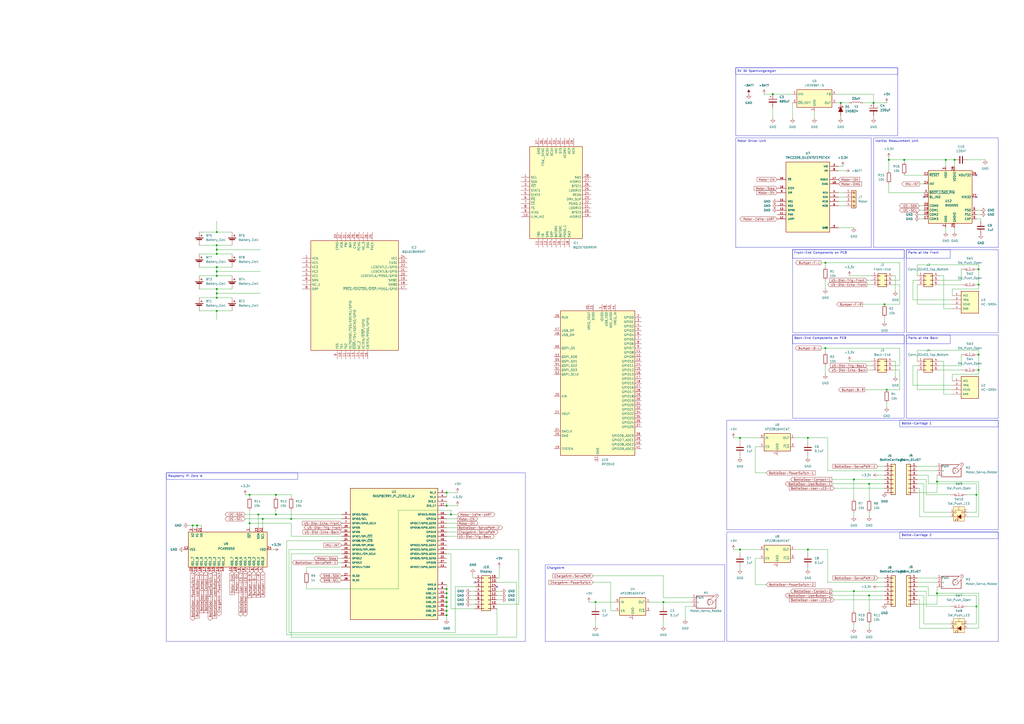
<source format=kicad_sch>
(kicad_sch
	(version 20231120)
	(generator "eeschema")
	(generator_version "8.0")
	(uuid "10e9ed1f-81fe-4a04-a219-cef72219a4ee")
	(paper "A2")
	
	(junction
		(at 429.26 318.77)
		(diameter 0)
		(color 0 0 0 0)
		(uuid "03268f60-248c-430f-9a48-def6cb6c976e")
	)
	(junction
		(at 125.73 154.94)
		(diameter 0)
		(color 0 0 0 0)
		(uuid "083aae67-81c3-4ec2-bf4a-336ec22f72e9")
	)
	(junction
		(at 567.69 156.21)
		(diameter 0)
		(color 0 0 0 0)
		(uuid "0a9bdb1e-9b3a-41f4-835f-eeec191ae320")
	)
	(junction
		(at 514.35 226.06)
		(diameter 0)
		(color 0 0 0 0)
		(uuid "1164d9f6-d69f-4765-bfe4-5ec41bb5ffc7")
	)
	(junction
		(at 261.62 298.45)
		(diameter 0)
		(color 0 0 0 0)
		(uuid "13de0ea6-788e-492a-a420-ee5168fca5f5")
	)
	(junction
		(at 259.08 341.63)
		(diameter 0)
		(color 0 0 0 0)
		(uuid "149011f7-d5d3-441a-ba3e-7ed9355c2b5b")
	)
	(junction
		(at 125.73 172.72)
		(diameter 0)
		(color 0 0 0 0)
		(uuid "2421b6f1-9351-4b09-9d81-3293799c07ca")
	)
	(junction
		(at 543.56 279.4)
		(diameter 0)
		(color 0 0 0 0)
		(uuid "25fc08dd-dbcb-4986-8d99-a9d615e74609")
	)
	(junction
		(at 125.73 134.62)
		(diameter 0)
		(color 0 0 0 0)
		(uuid "265fbd34-c236-4afc-b472-ab5f7b1865f2")
	)
	(junction
		(at 144.78 303.53)
		(diameter 0)
		(color 0 0 0 0)
		(uuid "277e0764-7927-4216-849d-6bc3b8e09a44")
	)
	(junction
		(at 679.45 92.71)
		(diameter 0)
		(color 0 0 0 0)
		(uuid "290f6adc-1d18-48a0-ae4f-2df0fc2aa20a")
	)
	(junction
		(at 259.08 354.33)
		(diameter 0)
		(color 0 0 0 0)
		(uuid "291e7389-95bb-42f3-a267-086ca554b0f9")
	)
	(junction
		(at 125.73 147.32)
		(diameter 0)
		(color 0 0 0 0)
		(uuid "29b5096b-a417-4d8d-8959-38c8fd1009d5")
	)
	(junction
		(at 679.45 74.93)
		(diameter 0)
		(color 0 0 0 0)
		(uuid "2cdb6047-56a1-4447-982a-5a4d4f53b834")
	)
	(junction
		(at 125.73 180.34)
		(diameter 0)
		(color 0 0 0 0)
		(uuid "2d1447b9-e1f8-416e-9e68-2f3a93be7887")
	)
	(junction
		(at 160.02 298.45)
		(diameter 0)
		(color 0 0 0 0)
		(uuid "40866857-0033-43c7-97db-b2aa647c2150")
	)
	(junction
		(at 513.08 176.53)
		(diameter 0)
		(color 0 0 0 0)
		(uuid "46e71d5b-0486-4156-82c5-6cd1b8ff00c5")
	)
	(junction
		(at 160.02 287.02)
		(diameter 0)
		(color 0 0 0 0)
		(uuid "4fafc432-26d7-4c70-844e-cbe5d393e13c")
	)
	(junction
		(at 506.73 59.69)
		(diameter 0)
		(color 0 0 0 0)
		(uuid "55e24700-a976-46b6-9a5e-322947c19269")
	)
	(junction
		(at 504.19 345.44)
		(diameter 0)
		(color 0 0 0 0)
		(uuid "57161dd7-66d7-4a82-9a79-eaa5c269842f")
	)
	(junction
		(at 567.69 214.63)
		(diameter 0)
		(color 0 0 0 0)
		(uuid "594cf67e-7a44-4414-8f11-a3da63be89bc")
	)
	(junction
		(at 168.91 300.99)
		(diameter 0)
		(color 0 0 0 0)
		(uuid "5d878d65-7a6b-473d-94ef-95ee09e18759")
	)
	(junction
		(at 548.64 92.71)
		(diameter 0)
		(color 0 0 0 0)
		(uuid "5eef07a4-476c-4d20-ab85-4e2f6966be7d")
	)
	(junction
		(at 567.69 205.74)
		(diameter 0)
		(color 0 0 0 0)
		(uuid "6a3dc16e-cbd1-4799-aa60-2efd10351d35")
	)
	(junction
		(at 125.73 170.18)
		(diameter 0)
		(color 0 0 0 0)
		(uuid "6f780dc5-431b-4107-8aa6-7a7b80f485db")
	)
	(junction
		(at 495.3 278.13)
		(diameter 0)
		(color 0 0 0 0)
		(uuid "75888cbd-2c9c-44cc-a124-d721d5a43a54")
	)
	(junction
		(at 703.58 74.93)
		(diameter 0)
		(color 0 0 0 0)
		(uuid "7797fd4e-75c5-4a9e-aee6-875c0317d33d")
	)
	(junction
		(at 125.73 144.78)
		(diameter 0)
		(color 0 0 0 0)
		(uuid "7b5e014f-6d02-49ab-956c-429ce09c3d2b")
	)
	(junction
		(at 566.42 351.79)
		(diameter 0)
		(color 0 0 0 0)
		(uuid "7cb410a2-cd21-4a99-a0fc-9cfba2c05cfa")
	)
	(junction
		(at 543.56 344.17)
		(diameter 0)
		(color 0 0 0 0)
		(uuid "80f79bba-cc7f-4b8e-9517-8f247a51f6a4")
	)
	(junction
		(at 504.19 280.67)
		(diameter 0)
		(color 0 0 0 0)
		(uuid "8521d5a2-40ba-4a5d-a5c4-2e6ef9471c28")
	)
	(junction
		(at 125.73 157.48)
		(diameter 0)
		(color 0 0 0 0)
		(uuid "87f4a9f5-047d-4055-84ef-ce082379ddb6")
	)
	(junction
		(at 478.79 201.93)
		(diameter 0)
		(color 0 0 0 0)
		(uuid "88a18d9a-46e4-498d-9d39-2906a2038335")
	)
	(junction
		(at 259.08 346.71)
		(diameter 0)
		(color 0 0 0 0)
		(uuid "9018715e-6786-4b03-8bcd-58b2fbea42cd")
	)
	(junction
		(at 259.08 356.87)
		(diameter 0)
		(color 0 0 0 0)
		(uuid "9114e733-a3a6-4fe4-bf72-fd3ad74715d0")
	)
	(junction
		(at 345.44 349.25)
		(diameter 0)
		(color 0 0 0 0)
		(uuid "9339e47f-85f5-408a-b36c-b27fd8430462")
	)
	(junction
		(at 495.3 342.9)
		(diameter 0)
		(color 0 0 0 0)
		(uuid "95c38d03-b4bc-4d18-b7ec-e184e5f2b0d1")
	)
	(junction
		(at 515.62 92.71)
		(diameter 0)
		(color 0 0 0 0)
		(uuid "99315baa-d1fc-4dc4-bcfc-637bd899f1ef")
	)
	(junction
		(at 487.68 59.69)
		(diameter 0)
		(color 0 0 0 0)
		(uuid "99af6a2b-938f-4a05-a868-2edc7d4b2aed")
	)
	(junction
		(at 152.4 300.99)
		(diameter 0)
		(color 0 0 0 0)
		(uuid "9a382fe7-2567-41bd-b706-8a429acfe147")
	)
	(junction
		(at 125.73 160.02)
		(diameter 0)
		(color 0 0 0 0)
		(uuid "a042a7b2-81e2-4dbc-9fc4-79a7c6613bb5")
	)
	(junction
		(at 566.42 287.02)
		(diameter 0)
		(color 0 0 0 0)
		(uuid "b783d9c8-d090-495a-83a1-e580f2c25178")
	)
	(junction
		(at 468.63 318.77)
		(diameter 0)
		(color 0 0 0 0)
		(uuid "bbc22500-7889-4288-be0d-cfd80288ac5c")
	)
	(junction
		(at 384.81 349.25)
		(diameter 0)
		(color 0 0 0 0)
		(uuid "bc4e959e-e2ad-4122-b784-10f1fe12ed65")
	)
	(junction
		(at 259.08 351.79)
		(diameter 0)
		(color 0 0 0 0)
		(uuid "bd12072a-f5e7-47ba-ac4f-1b4176a9438d")
	)
	(junction
		(at 259.08 293.37)
		(diameter 0)
		(color 0 0 0 0)
		(uuid "bd7dd381-837f-4cc1-be7b-f4ac24fa16cd")
	)
	(junction
		(at 259.08 349.25)
		(diameter 0)
		(color 0 0 0 0)
		(uuid "c0507041-b05d-411e-8d71-01096e17c544")
	)
	(junction
		(at 144.78 287.02)
		(diameter 0)
		(color 0 0 0 0)
		(uuid "c5a02223-bddc-4462-98b4-b63f3acdf809")
	)
	(junction
		(at 553.72 92.71)
		(diameter 0)
		(color 0 0 0 0)
		(uuid "c85e723b-7570-4cf5-84ad-b61532129048")
	)
	(junction
		(at 149.86 298.45)
		(diameter 0)
		(color 0 0 0 0)
		(uuid "c9829d1e-e068-4d7b-979c-0567ec83b092")
	)
	(junction
		(at 125.73 142.24)
		(diameter 0)
		(color 0 0 0 0)
		(uuid "d460fc4e-116b-461c-9aad-963e945b1fdb")
	)
	(junction
		(at 111.76 304.8)
		(diameter 0)
		(color 0 0 0 0)
		(uuid "d7cc7e0e-4b77-4814-a0d4-6785824da040")
	)
	(junction
		(at 478.79 152.4)
		(diameter 0)
		(color 0 0 0 0)
		(uuid "dc30a080-afb7-48a1-9348-3fa78b8193e0")
	)
	(junction
		(at 429.26 254)
		(diameter 0)
		(color 0 0 0 0)
		(uuid "e643f0fc-a1a1-4012-a5b0-69948705cd8f")
	)
	(junction
		(at 468.63 254)
		(diameter 0)
		(color 0 0 0 0)
		(uuid "efd94e32-e0ba-4970-b1bf-8fd3aa6a1536")
	)
	(junction
		(at 524.51 92.71)
		(diameter 0)
		(color 0 0 0 0)
		(uuid "f1ea72bd-ddab-4c9c-bc3e-94b9ac135f23")
	)
	(junction
		(at 114.3 304.8)
		(diameter 0)
		(color 0 0 0 0)
		(uuid "f2ce2bf7-3045-45bb-b7fc-f2ad386e880f")
	)
	(junction
		(at 259.08 344.17)
		(diameter 0)
		(color 0 0 0 0)
		(uuid "f566d66f-2a48-4eab-811d-b798c17d9d4f")
	)
	(junction
		(at 259.08 285.75)
		(diameter 0)
		(color 0 0 0 0)
		(uuid "f5de1a27-b371-4aca-9290-025ec935a11b")
	)
	(junction
		(at 567.69 165.1)
		(diameter 0)
		(color 0 0 0 0)
		(uuid "f809335f-7b79-4149-8b15-3c5482826fa5")
	)
	(junction
		(at 448.31 54.61)
		(diameter 0)
		(color 0 0 0 0)
		(uuid "f91e5096-4f67-48ae-a66f-f4215968b35a")
	)
	(junction
		(at 125.73 167.64)
		(diameter 0)
		(color 0 0 0 0)
		(uuid "fe282bc1-f285-4dcb-aaf1-eb1ddb5ceb2f")
	)
	(no_connect
		(at 535.94 114.3)
		(uuid "0dbbdef1-cd64-4ae0-a69d-69f0c468be48")
	)
	(no_connect
		(at 566.42 101.6)
		(uuid "384be073-ba93-4b1b-904d-552e784c8b00")
	)
	(no_connect
		(at 288.29 340.36)
		(uuid "4b40c3af-bf17-4bab-9bb5-2510a50a4ec9")
	)
	(no_connect
		(at 275.59 337.82)
		(uuid "7bd2e65b-56d9-420c-a018-2a5d5a02554e")
	)
	(no_connect
		(at 566.42 114.3)
		(uuid "dbf644f0-5284-44a5-8de9-ca76d961beec")
	)
	(wire
		(pts
			(xy 567.69 203.2) (xy 532.13 203.2)
		)
		(stroke
			(width 0)
			(type default)
		)
		(uuid "010455f5-cb6a-4251-87f5-60e736b25ecb")
	)
	(wire
		(pts
			(xy 142.24 298.45) (xy 149.86 298.45)
		)
		(stroke
			(width 0)
			(type default)
		)
		(uuid "020e7bd2-975d-483f-8535-d66b8332c03a")
	)
	(wire
		(pts
			(xy 521.97 214.63) (xy 518.16 214.63)
		)
		(stroke
			(width 0)
			(type default)
		)
		(uuid "02694717-9285-40e8-852d-4a4b6d6acde5")
	)
	(wire
		(pts
			(xy 500.38 176.53) (xy 513.08 176.53)
		)
		(stroke
			(width 0)
			(type default)
		)
		(uuid "026df141-edee-4563-b366-9389b7745b89")
	)
	(wire
		(pts
			(xy 490.22 114.3) (xy 486.41 114.3)
		)
		(stroke
			(width 0)
			(type default)
		)
		(uuid "02b7188a-3b50-4bb1-b815-4dd64aeb1ff5")
	)
	(wire
		(pts
			(xy 504.19 354.33) (xy 504.19 345.44)
		)
		(stroke
			(width 0)
			(type default)
		)
		(uuid "02db2914-8822-456d-9c6f-fd12122a370b")
	)
	(wire
		(pts
			(xy 478.79 201.93) (xy 521.97 201.93)
		)
		(stroke
			(width 0)
			(type default)
		)
		(uuid "044831d4-03cf-4a62-8912-d2bdba5522ce")
	)
	(wire
		(pts
			(xy 459.74 68.58) (xy 459.74 59.69)
		)
		(stroke
			(width 0)
			(type default)
		)
		(uuid "048bb947-f301-4b5c-ad0f-8ed3c611c4ac")
	)
	(wire
		(pts
			(xy 444.5 339.09) (xy 438.15 339.09)
		)
		(stroke
			(width 0)
			(type default)
		)
		(uuid "06a93dd4-98a6-4286-abe5-50bc9d21607c")
	)
	(wire
		(pts
			(xy 125.73 144.78) (xy 151.13 144.78)
		)
		(stroke
			(width 0)
			(type default)
		)
		(uuid "07f65511-514b-40e6-bece-50eb6771ef28")
	)
	(wire
		(pts
			(xy 461.01 254) (xy 468.63 254)
		)
		(stroke
			(width 0)
			(type default)
		)
		(uuid "096359c0-aaa2-4c39-b067-d620e5f29e71")
	)
	(wire
		(pts
			(xy 198.12 300.99) (xy 168.91 300.99)
		)
		(stroke
			(width 0)
			(type default)
		)
		(uuid "0994b26a-e994-4861-bfc1-b794ad4535a2")
	)
	(wire
		(pts
			(xy 521.97 212.09) (xy 521.97 201.93)
		)
		(stroke
			(width 0)
			(type default)
		)
		(uuid "09d34397-eb92-416e-b25c-6435a5e714c2")
	)
	(wire
		(pts
			(xy 425.45 318.77) (xy 429.26 318.77)
		)
		(stroke
			(width 0)
			(type default)
		)
		(uuid "0a2741bb-38e7-42f8-87f7-37dc083a517d")
	)
	(wire
		(pts
			(xy 259.08 300.99) (xy 265.43 300.99)
		)
		(stroke
			(width 0)
			(type default)
		)
		(uuid "0ac8c4b0-3ec3-4879-b2c9-5cdde99c0d61")
	)
	(wire
		(pts
			(xy 115.57 142.24) (xy 125.73 142.24)
		)
		(stroke
			(width 0)
			(type default)
		)
		(uuid "0b012abe-f767-49a7-8fcc-20a3eb6879c1")
	)
	(wire
		(pts
			(xy 259.08 341.63) (xy 259.08 344.17)
		)
		(stroke
			(width 0)
			(type default)
		)
		(uuid "0c7a940b-14f8-4dad-96f9-c57653256330")
	)
	(wire
		(pts
			(xy 259.08 303.53) (xy 265.43 303.53)
		)
		(stroke
			(width 0)
			(type default)
		)
		(uuid "0ce92a40-926e-4db9-a999-b6d6bfecb9e3")
	)
	(wire
		(pts
			(xy 448.31 54.61) (xy 459.74 54.61)
		)
		(stroke
			(width 0)
			(type default)
		)
		(uuid "0dd628e2-00d3-475a-ab2a-f7ac9b948572")
	)
	(wire
		(pts
			(xy 344.17 334.01) (xy 384.81 334.01)
		)
		(stroke
			(width 0)
			(type default)
		)
		(uuid "0e2e6951-3e60-42a4-9010-cfcce3f450c4")
	)
	(wire
		(pts
			(xy 166.37 368.3) (xy 288.29 368.3)
		)
		(stroke
			(width 0)
			(type default)
		)
		(uuid "11d33ebc-2edf-4005-90fe-f9a088233774")
	)
	(wire
		(pts
			(xy 532.13 226.06) (xy 532.13 214.63)
		)
		(stroke
			(width 0)
			(type default)
		)
		(uuid "136c564c-6bf3-4b87-bec2-71382b8d55a8")
	)
	(wire
		(pts
			(xy 168.91 287.02) (xy 160.02 287.02)
		)
		(stroke
			(width 0)
			(type default)
		)
		(uuid "13de33af-e8cb-4e17-a1ac-71c416ff67da")
	)
	(wire
		(pts
			(xy 495.3 297.18) (xy 495.3 299.72)
		)
		(stroke
			(width 0)
			(type default)
		)
		(uuid "143962ce-3b7d-48a4-aee9-8425cd2cb9f8")
	)
	(wire
		(pts
			(xy 535.94 361.95) (xy 535.94 345.44)
		)
		(stroke
			(width 0)
			(type default)
		)
		(uuid "144f0f2c-aea5-4be1-8f5e-460e47de3a21")
	)
	(wire
		(pts
			(xy 259.08 321.31) (xy 261.62 321.31)
		)
		(stroke
			(width 0)
			(type default)
		)
		(uuid "15bb9aef-fe30-4732-bca8-edb48332c17c")
	)
	(wire
		(pts
			(xy 703.58 74.93) (xy 703.58 90.17)
		)
		(stroke
			(width 0)
			(type default)
		)
		(uuid "163b56eb-0708-49a6-9a85-8be851c4d237")
	)
	(wire
		(pts
			(xy 487.68 59.69) (xy 492.76 59.69)
		)
		(stroke
			(width 0)
			(type default)
		)
		(uuid "1735015e-f7e7-44da-b3c6-2d9b033abd3c")
	)
	(wire
		(pts
			(xy 115.57 180.34) (xy 125.73 180.34)
		)
		(stroke
			(width 0)
			(type default)
		)
		(uuid "176a1f4f-2a49-4fc2-927a-b452fec68ed3")
	)
	(wire
		(pts
			(xy 535.94 297.18) (xy 535.94 280.67)
		)
		(stroke
			(width 0)
			(type default)
		)
		(uuid "197965a3-8932-4b7b-be74-d0603e72858b")
	)
	(wire
		(pts
			(xy 109.22 304.8) (xy 111.76 304.8)
		)
		(stroke
			(width 0)
			(type default)
		)
		(uuid "1ba89f39-dcf0-4108-94b6-9a8c06c8caea")
	)
	(wire
		(pts
			(xy 495.3 278.13) (xy 513.08 278.13)
		)
		(stroke
			(width 0)
			(type default)
		)
		(uuid "1bb0dd37-b212-4926-a54c-e6f9708d92b0")
	)
	(wire
		(pts
			(xy 543.56 344.17) (xy 567.69 344.17)
		)
		(stroke
			(width 0)
			(type default)
		)
		(uuid "1c43f6e0-cf4a-4d01-991f-ec3fd4ccb8b1")
	)
	(wire
		(pts
			(xy 518.16 160.02) (xy 519.43 160.02)
		)
		(stroke
			(width 0)
			(type default)
		)
		(uuid "1c50cd6c-1f17-4d35-bc75-c1481253d7e3")
	)
	(wire
		(pts
			(xy 177.8 339.09) (xy 177.8 341.63)
		)
		(stroke
			(width 0)
			(type default)
		)
		(uuid "1cd603a8-3666-4cc5-881f-67d9ada287bd")
	)
	(wire
		(pts
			(xy 231.14 341.63) (xy 231.14 295.91)
		)
		(stroke
			(width 0)
			(type default)
		)
		(uuid "1f11be60-964a-41f4-9bb9-ad9a10eacb19")
	)
	(wire
		(pts
			(xy 567.69 156.21) (xy 567.69 153.67)
		)
		(stroke
			(width 0)
			(type default)
		)
		(uuid "1fa2170f-47e5-4164-8d9f-c11a5fbf75a2")
	)
	(wire
		(pts
			(xy 504.19 289.56) (xy 504.19 280.67)
		)
		(stroke
			(width 0)
			(type default)
		)
		(uuid "1fcc9314-9f8b-499c-a63b-9f89b0ade20c")
	)
	(wire
		(pts
			(xy 679.45 82.55) (xy 679.45 85.09)
		)
		(stroke
			(width 0)
			(type default)
		)
		(uuid "20f0544d-01a9-4a2b-8f31-58d27e7ab26c")
	)
	(wire
		(pts
			(xy 444.5 274.32) (xy 438.15 274.32)
		)
		(stroke
			(width 0)
			(type default)
		)
		(uuid "214ee9b8-88e4-4f30-b940-8b91cca75b05")
	)
	(wire
		(pts
			(xy 429.26 256.54) (xy 429.26 254)
		)
		(stroke
			(width 0)
			(type default)
		)
		(uuid "223ad173-34bb-4ba1-ae25-b277bc7c906c")
	)
	(wire
		(pts
			(xy 702.31 92.71) (xy 703.58 92.71)
		)
		(stroke
			(width 0)
			(type default)
		)
		(uuid "228b24ad-6b48-42da-949d-8a109698c6e2")
	)
	(wire
		(pts
			(xy 504.19 297.18) (xy 504.19 299.72)
		)
		(stroke
			(width 0)
			(type default)
		)
		(uuid "22b5ceec-6e1a-4e82-9c89-da4f0a967e0d")
	)
	(wire
		(pts
			(xy 567.69 167.64) (xy 552.45 167.64)
		)
		(stroke
			(width 0)
			(type default)
		)
		(uuid "22b798e9-192a-4e89-8da3-effd8be4505a")
	)
	(wire
		(pts
			(xy 259.08 354.33) (xy 259.08 356.87)
		)
		(stroke
			(width 0)
			(type default)
		)
		(uuid "236547a2-8740-4e2d-b5ce-9ae47ae79616")
	)
	(wire
		(pts
			(xy 482.6 342.9) (xy 495.3 342.9)
		)
		(stroke
			(width 0)
			(type default)
		)
		(uuid "24690d85-73ab-4c27-a87e-c9438923c9bd")
	)
	(wire
		(pts
			(xy 341.63 349.25) (xy 345.44 349.25)
		)
		(stroke
			(width 0)
			(type default)
		)
		(uuid "25605ba8-abf3-439f-95a6-0c9b5fc30c90")
	)
	(wire
		(pts
			(xy 195.58 326.39) (xy 198.12 326.39)
		)
		(stroke
			(width 0)
			(type default)
		)
		(uuid "2629e2ee-cc4c-4642-869e-70cb99864326")
	)
	(wire
		(pts
			(xy 552.45 217.17) (xy 552.45 220.98)
		)
		(stroke
			(width 0)
			(type default)
		)
		(uuid "27c4cc6e-e946-4f6d-86a2-2294923844f2")
	)
	(wire
		(pts
			(xy 509.27 275.59) (xy 513.08 275.59)
		)
		(stroke
			(width 0)
			(type default)
		)
		(uuid "27c8f88a-be47-47f7-bf40-aaed043bfcc9")
	)
	(wire
		(pts
			(xy 495.3 342.9) (xy 513.08 342.9)
		)
		(stroke
			(width 0)
			(type default)
		)
		(uuid "28239306-2caf-4e2d-9d16-22ab2b6e1464")
	)
	(wire
		(pts
			(xy 486.41 96.52) (xy 488.95 96.52)
		)
		(stroke
			(width 0)
			(type default)
		)
		(uuid "2862c691-9e91-4d14-8acd-5c575cbe7902")
	)
	(wire
		(pts
			(xy 548.64 96.52) (xy 548.64 92.71)
		)
		(stroke
			(width 0)
			(type default)
		)
		(uuid "28892f80-eca9-4714-b90e-4fdf1cb13f24")
	)
	(wire
		(pts
			(xy 125.73 160.02) (xy 134.62 160.02)
		)
		(stroke
			(width 0)
			(type default)
		)
		(uuid "28f845d5-6a5f-4bc5-a374-437c534ad0cd")
	)
	(wire
		(pts
			(xy 548.64 134.62) (xy 548.64 132.08)
		)
		(stroke
			(width 0)
			(type default)
		)
		(uuid "2a157276-6e4b-4c32-b55d-5a96958eb8d5")
	)
	(wire
		(pts
			(xy 299.72 337.82) (xy 299.72 369.57)
		)
		(stroke
			(width 0)
			(type default)
		)
		(uuid "2ab42a63-62f9-40d6-9251-6fda428532b2")
	)
	(wire
		(pts
			(xy 697.23 74.93) (xy 703.58 74.93)
		)
		(stroke
			(width 0)
			(type default)
		)
		(uuid "2b3484ab-51e1-4771-8956-3b02632e4901")
	)
	(wire
		(pts
			(xy 547.37 160.02) (xy 547.37 179.07)
		)
		(stroke
			(width 0)
			(type default)
		)
		(uuid "2b9be4f4-3bbc-43d8-8513-fcc099f0a86d")
	)
	(wire
		(pts
			(xy 443.23 54.61) (xy 448.31 54.61)
		)
		(stroke
			(width 0)
			(type default)
		)
		(uuid "2be2d2fc-f5e2-4b46-bb0c-8c65cc86984b")
	)
	(wire
		(pts
			(xy 115.57 154.94) (xy 125.73 154.94)
		)
		(stroke
			(width 0)
			(type default)
		)
		(uuid "2c22f143-453f-4db5-a9d8-f4e86a1c4a55")
	)
	(wire
		(pts
			(xy 566.42 280.67) (xy 566.42 287.02)
		)
		(stroke
			(width 0)
			(type default)
		)
		(uuid "2c64bb28-e8ce-4335-80ef-938ad232db8e")
	)
	(wire
		(pts
			(xy 478.79 152.4) (xy 521.97 152.4)
		)
		(stroke
			(width 0)
			(type default)
		)
		(uuid "2ca47985-679e-4ec3-b7ce-d6582ac583c9")
	)
	(wire
		(pts
			(xy 448.31 68.58) (xy 448.31 62.23)
		)
		(stroke
			(width 0)
			(type default)
		)
		(uuid "2cf67072-6d2c-40ae-8bcc-143558b4d795")
	)
	(wire
		(pts
			(xy 567.69 205.74) (xy 567.69 203.2)
		)
		(stroke
			(width 0)
			(type default)
		)
		(uuid "2dc45b97-2534-454a-99f1-af91b7dee7fa")
	)
	(wire
		(pts
			(xy 703.58 90.17) (xy 702.31 90.17)
		)
		(stroke
			(width 0)
			(type default)
		)
		(uuid "31f06798-df39-47be-bb08-507e5c62c70f")
	)
	(wire
		(pts
			(xy 125.73 154.94) (xy 134.62 154.94)
		)
		(stroke
			(width 0)
			(type default)
		)
		(uuid "32eff32f-7345-4fde-8123-ea7588303441")
	)
	(wire
		(pts
			(xy 438.15 274.32) (xy 438.15 259.08)
		)
		(stroke
			(width 0)
			(type default)
		)
		(uuid "3357ce9b-5f9d-4586-ae21-35b11f3c81ba")
	)
	(wire
		(pts
			(xy 177.8 328.93) (xy 198.12 328.93)
		)
		(stroke
			(width 0)
			(type default)
		)
		(uuid "33f31a44-c1f8-4aad-b0b8-4a9c2a92a765")
	)
	(wire
		(pts
			(xy 532.13 340.36) (xy 538.48 340.36)
		)
		(stroke
			(width 0)
			(type default)
		)
		(uuid "33fbbee9-7fe8-4531-8c6a-6a36bf38fdef")
	)
	(wire
		(pts
			(xy 438.15 339.09) (xy 438.15 323.85)
		)
		(stroke
			(width 0)
			(type default)
		)
		(uuid "34526339-8aad-413b-8dbc-c11df057187e")
	)
	(wire
		(pts
			(xy 168.91 321.31) (xy 168.91 369.57)
		)
		(stroke
			(width 0)
			(type default)
		)
		(uuid "34d3b04f-bac3-4fda-a88c-e2322b137c3f")
	)
	(wire
		(pts
			(xy 198.12 321.31) (xy 168.91 321.31)
		)
		(stroke
			(width 0)
			(type default)
		)
		(uuid "34fbe882-82f5-4acc-b9dd-2355f59625cb")
	)
	(wire
		(pts
			(xy 533.4 364.49) (xy 533.4 347.98)
		)
		(stroke
			(width 0)
			(type default)
		)
		(uuid "3668fdf3-014b-4cd1-b361-581c3c56ab1b")
	)
	(wire
		(pts
			(xy 519.43 160.02) (xy 519.43 168.91)
		)
		(stroke
			(width 0)
			(type default)
		)
		(uuid "3671880f-df25-46ad-a10a-deb15464031f")
	)
	(wire
		(pts
			(xy 290.83 342.9) (xy 288.29 342.9)
		)
		(stroke
			(width 0)
			(type default)
		)
		(uuid "36b89680-09d5-4976-a211-e4c0208a066b")
	)
	(wire
		(pts
			(xy 538.48 280.67) (xy 566.42 280.67)
		)
		(stroke
			(width 0)
			(type default)
		)
		(uuid "36c3741f-c03f-4126-aa5c-a84216bf89e5")
	)
	(wire
		(pts
			(xy 486.41 132.08) (xy 495.3 132.08)
		)
		(stroke
			(width 0)
			(type default)
		)
		(uuid "378cc6b1-c5fd-419c-b518-aa4f7f26b91a")
	)
	(wire
		(pts
			(xy 537.21 342.9) (xy 532.13 342.9)
		)
		(stroke
			(width 0)
			(type default)
		)
		(uuid "37bc24c8-d958-489e-8f76-17dc094b9606")
	)
	(wire
		(pts
			(xy 125.73 142.24) (xy 134.62 142.24)
		)
		(stroke
			(width 0)
			(type default)
		)
		(uuid "37cb81cd-36cd-4108-8bd2-a74ed56dd1fc")
	)
	(wire
		(pts
			(xy 377.19 349.25) (xy 384.81 349.25)
		)
		(stroke
			(width 0)
			(type default)
		)
		(uuid "3864d824-b76f-46d5-8c15-73cccf292bd9")
	)
	(wire
		(pts
			(xy 166.37 313.69) (xy 166.37 368.3)
		)
		(stroke
			(width 0)
			(type default)
		)
		(uuid "3896c909-1283-40b6-90b7-ff90a2272408")
	)
	(wire
		(pts
			(xy 274.32 335.28) (xy 275.59 335.28)
		)
		(stroke
			(width 0)
			(type default)
		)
		(uuid "38c4a5cc-0287-4e33-b123-5c495666bdac")
	)
	(wire
		(pts
			(xy 557.53 162.56) (xy 557.53 156.21)
		)
		(stroke
			(width 0)
			(type default)
		)
		(uuid "3ab4ff69-431e-469d-af01-7a6656607c3f")
	)
	(wire
		(pts
			(xy 567.69 299.72) (xy 561.34 299.72)
		)
		(stroke
			(width 0)
			(type default)
		)
		(uuid "3cbe955f-a89e-4462-9bb2-f120d2b8fa29")
	)
	(wire
		(pts
			(xy 480.06 273.05) (xy 513.08 273.05)
		)
		(stroke
			(width 0)
			(type default)
		)
		(uuid "3d4871a9-82ca-4ed6-88da-4ac1d544e818")
	)
	(wire
		(pts
			(xy 115.57 172.72) (xy 125.73 172.72)
		)
		(stroke
			(width 0)
			(type default)
		)
		(uuid "3d49c676-379d-43ff-82f6-4fb79e45436c")
	)
	(wire
		(pts
			(xy 552.45 223.52) (xy 529.59 223.52)
		)
		(stroke
			(width 0)
			(type default)
		)
		(uuid "3e509ce1-f3f7-4826-86be-647eefb9c049")
	)
	(wire
		(pts
			(xy 524.51 93.98) (xy 524.51 92.71)
		)
		(stroke
			(width 0)
			(type default)
		)
		(uuid "3e57b62f-ba51-4c5d-9792-95c8c33cb311")
	)
	(wire
		(pts
			(xy 521.97 214.63) (xy 521.97 226.06)
		)
		(stroke
			(width 0)
			(type default)
		)
		(uuid "3f1dfb08-b3f7-4942-a9ae-cc79bd65d8e5")
	)
	(wire
		(pts
			(xy 532.13 337.82) (xy 543.56 337.82)
		)
		(stroke
			(width 0)
			(type default)
		)
		(uuid "401ced49-7730-43f8-89d0-ae017d74f5e9")
	)
	(wire
		(pts
			(xy 552.45 173.99) (xy 529.59 173.99)
		)
		(stroke
			(width 0)
			(type default)
		)
		(uuid "41fe2f73-aa45-4b09-bd41-5d09e78f2ccc")
	)
	(wire
		(pts
			(xy 490.22 119.38) (xy 486.41 119.38)
		)
		(stroke
			(width 0)
			(type default)
		)
		(uuid "4274e86c-8447-4f88-bd5d-deb4b5e95cfe")
	)
	(wire
		(pts
			(xy 509.27 270.51) (xy 513.08 270.51)
		)
		(stroke
			(width 0)
			(type default)
		)
		(uuid "42b8025b-c137-4699-a256-843035e158e9")
	)
	(wire
		(pts
			(xy 259.08 318.77) (xy 300.99 318.77)
		)
		(stroke
			(width 0)
			(type default)
		)
		(uuid "437df399-505c-466d-9c3e-fda490f66516")
	)
	(wire
		(pts
			(xy 125.73 128.27) (xy 125.73 134.62)
		)
		(stroke
			(width 0)
			(type default)
		)
		(uuid "43d62d7d-a812-41c6-b2f1-a175e1e6056d")
	)
	(wire
		(pts
			(xy 567.69 205.74) (xy 567.69 214.63)
		)
		(stroke
			(width 0)
			(type default)
		)
		(uuid "446ac88c-677c-473c-a46f-9ea069f41b1a")
	)
	(wire
		(pts
			(xy 515.62 99.06) (xy 515.62 92.71)
		)
		(stroke
			(width 0)
			(type default)
		)
		(uuid "44be42fd-ea8f-4d89-a4cf-c9410937e3ea")
	)
	(wire
		(pts
			(xy 160.02 288.29) (xy 160.02 287.02)
		)
		(stroke
			(width 0)
			(type default)
		)
		(uuid "46347bd0-859a-44ed-aec8-e30f4910fe0f")
	)
	(wire
		(pts
			(xy 566.42 287.02) (xy 566.42 297.18)
		)
		(stroke
			(width 0)
			(type default)
		)
		(uuid "466fea66-162a-4f4d-b752-504d3d16fb4f")
	)
	(wire
		(pts
			(xy 429.26 318.77) (xy 440.69 318.77)
		)
		(stroke
			(width 0)
			(type default)
		)
		(uuid "4677495e-f621-43ef-a2b3-6c289b28e8f9")
	)
	(wire
		(pts
			(xy 553.72 134.62) (xy 553.72 132.08)
		)
		(stroke
			(width 0)
			(type default)
		)
		(uuid "4831429c-3469-42c9-92d3-c9a8812d899b")
	)
	(wire
		(pts
			(xy 115.57 167.64) (xy 125.73 167.64)
		)
		(stroke
			(width 0)
			(type default)
		)
		(uuid "49fd9dde-a89f-4d9b-bb89-33fb5c946290")
	)
	(wire
		(pts
			(xy 506.73 68.58) (xy 506.73 67.31)
		)
		(stroke
			(width 0)
			(type default)
		)
		(uuid "4a9f2eb0-841f-4501-b3a7-020f2b865e8c")
	)
	(wire
		(pts
			(xy 288.29 337.82) (xy 299.72 337.82)
		)
		(stroke
			(width 0)
			(type default)
		)
		(uuid "4ab478ca-3eb9-424c-887c-59b03f8340a8")
	)
	(wire
		(pts
			(xy 514.35 233.68) (xy 514.35 236.22)
		)
		(stroke
			(width 0)
			(type default)
		)
		(uuid "4c445fec-62e6-470b-9641-e201ca9eba5b")
	)
	(wire
		(pts
			(xy 543.56 340.36) (xy 543.56 344.17)
		)
		(stroke
			(width 0)
			(type default)
		)
		(uuid "4c45d7f9-2335-4500-bc4a-05c136a35a5b")
	)
	(wire
		(pts
			(xy 566.42 351.79) (xy 561.34 351.79)
		)
		(stroke
			(width 0)
			(type default)
		)
		(uuid "4d3b21cf-519a-4412-b8ed-71c46dda808c")
	)
	(wire
		(pts
			(xy 529.59 162.56) (xy 532.13 162.56)
		)
		(stroke
			(width 0)
			(type default)
		)
		(uuid "4d4f0a61-88e0-40f1-ae84-083aadfcf95e")
	)
	(wire
		(pts
			(xy 425.45 254) (xy 429.26 254)
		)
		(stroke
			(width 0)
			(type default)
		)
		(uuid "4d6f1d26-9a44-45ac-9eab-181a740ba9ca")
	)
	(wire
		(pts
			(xy 543.56 275.59) (xy 543.56 279.4)
		)
		(stroke
			(width 0)
			(type default)
		)
		(uuid "4d7dce5c-5f5f-4a99-a2dc-b562c9503194")
	)
	(wire
		(pts
			(xy 487.68 68.58) (xy 487.68 67.31)
		)
		(stroke
			(width 0)
			(type default)
		)
		(uuid "4e509314-d6a1-4104-bc8c-b7c09b202bd0")
	)
	(wire
		(pts
			(xy 670.56 109.22) (xy 670.56 97.79)
		)
		(stroke
			(width 0)
			(type default)
		)
		(uuid "4e55a479-e3a7-4a99-afae-d96368e352f6")
	)
	(wire
		(pts
			(xy 160.02 295.91) (xy 160.02 298.45)
		)
		(stroke
			(width 0)
			(type default)
		)
		(uuid "4f53d1c8-d731-4e60-aff5-0e0d3f57b53f")
	)
	(wire
		(pts
			(xy 533.4 124.46) (xy 535.94 124.46)
		)
		(stroke
			(width 0)
			(type default)
		)
		(uuid "509970e9-a9a4-4bf4-bca5-5dc051cc2667")
	)
	(wire
		(pts
			(xy 504.19 345.44) (xy 513.08 345.44)
		)
		(stroke
			(width 0)
			(type default)
		)
		(uuid "50ba7f4d-bd59-4d60-8cef-3f42b621e542")
	)
	(wire
		(pts
			(xy 566.42 351.79) (xy 566.42 361.95)
		)
		(stroke
			(width 0)
			(type default)
		)
		(uuid "516fe71e-7624-4227-ac56-2b2fed8321b8")
	)
	(wire
		(pts
			(xy 685.8 92.71) (xy 679.45 92.71)
		)
		(stroke
			(width 0)
			(type default)
		)
		(uuid "52c50356-4021-49a0-b7b1-3a28647bcb14")
	)
	(wire
		(pts
			(xy 476.25 152.4) (xy 478.79 152.4)
		)
		(stroke
			(width 0)
			(type default)
		)
		(uuid "52d1a4cd-ac17-4388-ac37-ae4246e858bd")
	)
	(wire
		(pts
			(xy 125.73 167.64) (xy 134.62 167.64)
		)
		(stroke
			(width 0)
			(type default)
		)
		(uuid "530bcaee-d19d-4749-9f44-1b8e1bae7340")
	)
	(wire
		(pts
			(xy 261.62 321.31) (xy 261.62 353.06)
		)
		(stroke
			(width 0)
			(type default)
		)
		(uuid "540063e2-fbf6-46fe-a4d3-9d8adb08ac6e")
	)
	(wire
		(pts
			(xy 345.44 359.41) (xy 345.44 363.22)
		)
		(stroke
			(width 0)
			(type default)
		)
		(uuid "54b5e14f-aca1-49b2-b885-c705707001d5")
	)
	(wire
		(pts
			(xy 567.69 279.4) (xy 567.69 299.72)
		)
		(stroke
			(width 0)
			(type default)
		)
		(uuid "54d66dce-fd02-465f-8632-130b78eb280c")
	)
	(wire
		(pts
			(xy 125.73 147.32) (xy 134.62 147.32)
		)
		(stroke
			(width 0)
			(type default)
		)
		(uuid "5696572c-1ccb-4667-8063-e90a529bd96c")
	)
	(wire
		(pts
			(xy 472.44 68.58) (xy 472.44 64.77)
		)
		(stroke
			(width 0)
			(type default)
		)
		(uuid "56b1c59d-3a8b-4ee1-adda-c5f6e111088f")
	)
	(wire
		(pts
			(xy 543.56 279.4) (xy 567.69 279.4)
		)
		(stroke
			(width 0)
			(type default)
		)
		(uuid "56ce147d-3272-4c36-b4c5-1a9b1c91ec43")
	)
	(wire
		(pts
			(xy 167.64 318.77) (xy 198.12 318.77)
		)
		(stroke
			(width 0)
			(type default)
		)
		(uuid "5745c741-5c6b-4f2a-ac90-bf52c21053a2")
	)
	(wire
		(pts
			(xy 114.3 304.8) (xy 116.84 304.8)
		)
		(stroke
			(width 0)
			(type default)
		)
		(uuid "576bbf65-171f-41cf-9513-f7eb95f57713")
	)
	(wire
		(pts
			(xy 533.4 121.92) (xy 535.94 121.92)
		)
		(stroke
			(width 0)
			(type default)
		)
		(uuid "5796bcf4-376f-4b1b-85fe-f977fd09cb09")
	)
	(wire
		(pts
			(xy 125.73 172.72) (xy 134.62 172.72)
		)
		(stroke
			(width 0)
			(type default)
		)
		(uuid "58670db2-23ee-4396-89a3-c2310d5ccd19")
	)
	(wire
		(pts
			(xy 566.42 127) (xy 568.96 127)
		)
		(stroke
			(width 0)
			(type default)
		)
		(uuid "589dcbf5-543c-4164-b8da-a57533e69be1")
	)
	(wire
		(pts
			(xy 168.91 369.57) (xy 299.72 369.57)
		)
		(stroke
			(width 0)
			(type default)
		)
		(uuid "59767764-7d17-4756-8243-acb09c099c6c")
	)
	(wire
		(pts
			(xy 261.62 353.06) (xy 275.59 353.06)
		)
		(stroke
			(width 0)
			(type default)
		)
		(uuid "59c000dd-9711-4d10-9a2d-cec246e94e46")
	)
	(wire
		(pts
			(xy 125.73 180.34) (xy 134.62 180.34)
		)
		(stroke
			(width 0)
			(type default)
		)
		(uuid "5a851363-e1b4-4a3a-8996-9efd466da31e")
	)
	(wire
		(pts
			(xy 177.8 331.47) (xy 177.8 328.93)
		)
		(stroke
			(width 0)
			(type default)
		)
		(uuid "5b0bb16d-5016-42ab-983e-852117fe3a7d")
	)
	(wire
		(pts
			(xy 144.78 303.53) (xy 144.78 306.07)
		)
		(stroke
			(width 0)
			(type default)
		)
		(uuid "5bfcc3b9-364a-4135-914a-1eb4fb63f82a")
	)
	(wire
		(pts
			(xy 158.75 318.77) (xy 157.48 318.77)
		)
		(stroke
			(width 0)
			(type default)
		)
		(uuid "5c4e311c-24eb-4365-ab48-25ba8ea5cda7")
	)
	(wire
		(pts
			(xy 125.73 144.78) (xy 125.73 147.32)
		)
		(stroke
			(width 0)
			(type default)
		)
		(uuid "5c87eda4-964c-472e-b7a1-a59de313426e")
	)
	(wire
		(pts
			(xy 273.05 342.9) (xy 275.59 342.9)
		)
		(stroke
			(width 0)
			(type default)
		)
		(uuid "5ddd8954-aec9-433b-95b1-6038b3c6b6bb")
	)
	(wire
		(pts
			(xy 544.83 209.55) (xy 547.37 209.55)
		)
		(stroke
			(width 0)
			(type default)
		)
		(uuid "5df8298f-f4fc-4e22-a954-5d9c93384ae8")
	)
	(wire
		(pts
			(xy 438.15 259.08) (xy 440.69 259.08)
		)
		(stroke
			(width 0)
			(type default)
		)
		(uuid "611b7bb0-f2a6-4486-8b0d-54eb863ca8c8")
	)
	(wire
		(pts
			(xy 480.06 318.77) (xy 480.06 337.82)
		)
		(stroke
			(width 0)
			(type default)
		)
		(uuid "6151def8-2a28-47a2-9f38-bb36093efa41")
	)
	(wire
		(pts
			(xy 259.08 290.83) (xy 259.08 293.37)
		)
		(stroke
			(width 0)
			(type default)
		)
		(uuid "636f7310-883a-4d34-96ff-6a2a58ea5c28")
	)
	(wire
		(pts
			(xy 500.38 59.69) (xy 506.73 59.69)
		)
		(stroke
			(width 0)
			(type default)
		)
		(uuid "6370931d-4ba7-4a35-9b1f-0e0e621ebfa3")
	)
	(wire
		(pts
			(xy 532.13 176.53) (xy 532.13 165.1)
		)
		(stroke
			(width 0)
			(type default)
		)
		(uuid "639bed7d-5756-43d3-bcb3-78e1a9ae1b20")
	)
	(wire
		(pts
			(xy 168.91 295.91) (xy 168.91 300.99)
		)
		(stroke
			(width 0)
			(type default)
		)
		(uuid "6425f873-4536-467d-91da-9b14a456b859")
	)
	(wire
		(pts
			(xy 429.26 328.93) (xy 429.26 330.2)
		)
		(stroke
			(width 0)
			(type default)
		)
		(uuid "645a30be-1c6c-49ad-b6ad-dda6fae8433e")
	)
	(wire
		(pts
			(xy 561.34 92.71) (xy 571.5 92.71)
		)
		(stroke
			(width 0)
			(type default)
		)
		(uuid "64a9da89-66e3-4284-8f70-4eeef50561e6")
	)
	(wire
		(pts
			(xy 502.92 212.09) (xy 505.46 212.09)
		)
		(stroke
			(width 0)
			(type default)
		)
		(uuid "6557355e-7a44-4382-b175-87353f7ede9b")
	)
	(wire
		(pts
			(xy 533.4 299.72) (xy 533.4 283.21)
		)
		(stroke
			(width 0)
			(type default)
		)
		(uuid "667c8f4d-6d81-4be1-8118-81025fb63680")
	)
	(wire
		(pts
			(xy 259.08 356.87) (xy 259.08 359.41)
		)
		(stroke
			(width 0)
			(type default)
		)
		(uuid "66ba975c-ebfa-4cfc-b24c-2ec30fe250d6")
	)
	(wire
		(pts
			(xy 703.58 74.93) (xy 703.58 73.66)
		)
		(stroke
			(width 0)
			(type default)
		)
		(uuid "6830bf8f-eeca-431f-bf14-d971dcf2a01e")
	)
	(wire
		(pts
			(xy 515.62 106.68) (xy 515.62 111.76)
		)
		(stroke
			(width 0)
			(type default)
		)
		(uuid "692440a9-b071-42a6-aa19-878dbda1eae0")
	)
	(wire
		(pts
			(xy 566.42 287.02) (xy 561.34 287.02)
		)
		(stroke
			(width 0)
			(type default)
		)
		(uuid "69e27221-8259-484f-8fcc-eab37768cce1")
	)
	(wire
		(pts
			(xy 518.16 209.55) (xy 519.43 209.55)
		)
		(stroke
			(width 0)
			(type default)
		)
		(uuid "6a1c36ce-f8f7-4e69-9bf1-2e3c1af6e41b")
	)
	(wire
		(pts
			(xy 532.13 153.67) (xy 532.13 160.02)
		)
		(stroke
			(width 0)
			(type default)
		)
		(uuid "6b4c4740-8b30-46a8-b81b-dfd73cd0999e")
	)
	(wire
		(pts
			(xy 529.59 212.09) (xy 532.13 212.09)
		)
		(stroke
			(width 0)
			(type default)
		)
		(uuid "6b98926f-caf2-4926-8f49-dfbc855d56a8")
	)
	(wire
		(pts
			(xy 259.08 349.25) (xy 259.08 351.79)
		)
		(stroke
			(width 0)
			(type default)
		)
		(uuid "6bcdfa20-f580-410a-b8cd-4ba86f80be31")
	)
	(wire
		(pts
			(xy 679.45 74.93) (xy 687.07 74.93)
		)
		(stroke
			(width 0)
			(type default)
		)
		(uuid "6c692821-e5c3-480b-a721-25b7d5766ab5")
	)
	(wire
		(pts
			(xy 114.3 304.8) (xy 114.3 306.07)
		)
		(stroke
			(width 0)
			(type default)
		)
		(uuid "6cd24851-e871-48cb-a1b9-0fc94cb38c8b")
	)
	(wire
		(pts
			(xy 692.15 90.17) (xy 685.8 90.17)
		)
		(stroke
			(width 0)
			(type default)
		)
		(uuid "6d6cebda-9a83-431b-a3b3-7c65c6c11bc2")
	)
	(wire
		(pts
			(xy 354.33 354.33) (xy 356.87 354.33)
		)
		(stroke
			(width 0)
			(type default)
		)
		(uuid "6d6ea24f-d633-4a68-99c2-666395219df1")
	)
	(wire
		(pts
			(xy 506.73 54.61) (xy 506.73 59.69)
		)
		(stroke
			(width 0)
			(type default)
		)
		(uuid "6f0a3452-1f39-4bae-b1f3-c8bf10e2ec2f")
	)
	(wire
		(pts
			(xy 115.57 147.32) (xy 125.73 147.32)
		)
		(stroke
			(width 0)
			(type default)
		)
		(uuid "6f75f6cf-62db-463e-aa40-26e8a566cf01")
	)
	(wire
		(pts
			(xy 504.19 280.67) (xy 513.08 280.67)
		)
		(stroke
			(width 0)
			(type default)
		)
		(uuid "70093cca-a82b-43e1-8041-3fb120fbc023")
	)
	(wire
		(pts
			(xy 532.13 350.52) (xy 543.56 350.52)
		)
		(stroke
			(width 0)
			(type default)
		)
		(uuid "70648864-4548-4d18-ae05-99e3d9abba28")
	)
	(wire
		(pts
			(xy 515.62 92.71) (xy 524.51 92.71)
		)
		(stroke
			(width 0)
			(type default)
		)
		(uuid "71c069e9-763d-465f-a695-6dee1db8b1c3")
	)
	(wire
		(pts
			(xy 168.91 300.99) (xy 152.4 300.99)
		)
		(stroke
			(width 0)
			(type default)
		)
		(uuid "71d12bab-3ee2-4ebf-8875-4e10f5786e72")
	)
	(wire
		(pts
			(xy 537.21 351.79) (xy 537.21 342.9)
		)
		(stroke
			(width 0)
			(type default)
		)
		(uuid "727c240e-18a6-4f56-8446-1047a6e1c5d0")
	)
	(wire
		(pts
			(xy 532.13 273.05) (xy 543.56 273.05)
		)
		(stroke
			(width 0)
			(type default)
		)
		(uuid "72ab3cd9-103f-4b08-b2c8-f33138346458")
	)
	(wire
		(pts
			(xy 535.94 280.67) (xy 532.13 280.67)
		)
		(stroke
			(width 0)
			(type default)
		)
		(uuid "72f5009e-d3e5-43a9-a193-a39f9a9c90db")
	)
	(wire
		(pts
			(xy 495.3 361.95) (xy 495.3 364.49)
		)
		(stroke
			(width 0)
			(type default)
		)
		(uuid "74578bff-6f9a-498b-8464-65eee66bd5a9")
	)
	(wire
		(pts
			(xy 290.83 347.98) (xy 288.29 347.98)
		)
		(stroke
			(width 0)
			(type default)
		)
		(uuid "7490b101-8f2e-4524-8964-17d082322ad4")
	)
	(wire
		(pts
			(xy 468.63 321.31) (xy 468.63 318.77)
		)
		(stroke
			(width 0)
			(type default)
		)
		(uuid "761dc3d4-c49e-41c1-accf-b43791b22e84")
	)
	(wire
		(pts
			(xy 125.73 167.64) (xy 125.73 170.18)
		)
		(stroke
			(width 0)
			(type default)
		)
		(uuid "7678ddb7-0db5-4956-83c5-73d9e5c4d340")
	)
	(wire
		(pts
			(xy 532.13 203.2) (xy 532.13 209.55)
		)
		(stroke
			(width 0)
			(type default)
		)
		(uuid "76ef3f3f-2b20-44d1-93f2-b07758bacd10")
	)
	(wire
		(pts
			(xy 567.69 214.63) (xy 567.69 217.17)
		)
		(stroke
			(width 0)
			(type default)
		)
		(uuid "77310602-0542-4f62-9f15-208cbb885083")
	)
	(wire
		(pts
			(xy 274.32 332.74) (xy 274.32 335.28)
		)
		(stroke
			(width 0)
			(type default)
		)
		(uuid "7763c110-eb71-4377-92ff-d57df4819ec3")
	)
	(wire
		(pts
			(xy 537.21 287.02) (xy 537.21 278.13)
		)
		(stroke
			(width 0)
			(type default)
		)
		(uuid "77a9b1ea-fd23-44c5-859c-f2cbc61a73f7")
	)
	(wire
		(pts
			(xy 259.08 339.09) (xy 259.08 341.63)
		)
		(stroke
			(width 0)
			(type default)
		)
		(uuid "77b1809b-6c27-4f09-bc64-786b82bd9cbd")
	)
	(wire
		(pts
			(xy 261.62 295.91) (xy 261.62 298.45)
		)
		(stroke
			(width 0)
			(type default)
		)
		(uuid "783b8396-6ce8-4a8b-85c9-8ebb3a9e3039")
	)
	(wire
		(pts
			(xy 551.18 361.95) (xy 535.94 361.95)
		)
		(stroke
			(width 0)
			(type default)
		)
		(uuid "79542f49-aab1-42b1-90d7-c68778e388f8")
	)
	(wire
		(pts
			(xy 567.69 153.67) (xy 532.13 153.67)
		)
		(stroke
			(width 0)
			(type default)
		)
		(uuid "7b253993-ab58-43e0-ab24-3dcfd82605a7")
	)
	(wire
		(pts
			(xy 429.26 321.31) (xy 429.26 318.77)
		)
		(stroke
			(width 0)
			(type default)
		)
		(uuid "7b8034b9-f58b-4118-9874-26a82c81e6d6")
	)
	(wire
		(pts
			(xy 125.73 170.18) (xy 125.73 172.72)
		)
		(stroke
			(width 0)
			(type default)
		)
		(uuid "7ba9e613-c447-48a2-9db6-97070a684d0b")
	)
	(wire
		(pts
			(xy 144.78 288.29) (xy 144.78 287.02)
		)
		(stroke
			(width 0)
			(type default)
		)
		(uuid "7d115f92-d0b4-4e94-80f4-0ad8efd590dc")
	)
	(wire
		(pts
			(xy 557.53 212.09) (xy 557.53 205.74)
		)
		(stroke
			(width 0)
			(type default)
		)
		(uuid "7e695af5-8c7a-4312-8768-35a82c417ebe")
	)
	(wire
		(pts
			(xy 345.44 349.25) (xy 356.87 349.25)
		)
		(stroke
			(width 0)
			(type default)
		)
		(uuid "7ecced24-668a-4b3d-acca-64a1c087e8c2")
	)
	(wire
		(pts
			(xy 533.4 283.21) (xy 532.13 283.21)
		)
		(stroke
			(width 0)
			(type default)
		)
		(uuid "81e09b8c-e126-4a0d-97f7-19e7bc3469d9")
	)
	(wire
		(pts
			(xy 152.4 300.99) (xy 152.4 306.07)
		)
		(stroke
			(width 0)
			(type default)
		)
		(uuid "8254d20f-0304-4df2-8501-f94f0c26337f")
	)
	(wire
		(pts
			(xy 401.32 346.71) (xy 384.81 346.71)
		)
		(stroke
			(width 0)
			(type default)
		)
		(uuid "82a0d3ea-6759-4d30-8666-951cad18527a")
	)
	(wire
		(pts
			(xy 502.92 214.63) (xy 505.46 214.63)
		)
		(stroke
			(width 0)
			(type default)
		)
		(uuid "8308d4c2-23e3-4ae4-86df-d90eff291cb3")
	)
	(wire
		(pts
			(xy 384.81 346.71) (xy 384.81 334.01)
		)
		(stroke
			(width 0)
			(type default)
		)
		(uuid "84c87164-b803-428e-af06-2991f4a8d2ca")
	)
	(wire
		(pts
			(xy 167.64 367.03) (xy 264.16 367.03)
		)
		(stroke
			(width 0)
			(type default)
		)
		(uuid "864165de-38cd-4f84-8618-77ea2437bf2b")
	)
	(wire
		(pts
			(xy 125.73 180.34) (xy 125.73 185.42)
		)
		(stroke
			(width 0)
			(type default)
		)
		(uuid "87fb7031-4e06-4fe1-b1cf-ec8bd62af16d")
	)
	(wire
		(pts
			(xy 125.73 170.18) (xy 151.13 170.18)
		)
		(stroke
			(width 0)
			(type default)
		)
		(uuid "8a253793-ca3f-4d66-82cf-849725c7f6ab")
	)
	(wire
		(pts
			(xy 259.08 306.07) (xy 265.43 306.07)
		)
		(stroke
			(width 0)
			(type default)
		)
		(uuid "8ba26905-05b1-446f-96f9-f067a0bd5b72")
	)
	(wire
		(pts
			(xy 495.3 289.56) (xy 495.3 278.13)
		)
		(stroke
			(width 0)
			(type default)
		)
		(uuid "8c423f83-4a59-4d84-a9cb-f47d7d9371c9")
	)
	(wire
		(pts
			(xy 259.08 298.45) (xy 261.62 298.45)
		)
		(stroke
			(width 0)
			(type default)
		)
		(uuid "8c6fb47e-e340-4679-abb2-15027d7b78be")
	)
	(wire
		(pts
			(xy 514.35 226.06) (xy 521.97 226.06)
		)
		(stroke
			(width 0)
			(type default)
		)
		(uuid "8fb6bbbd-3d3b-431f-bf0a-e21c1751cb62")
	)
	(wire
		(pts
			(xy 532.13 335.28) (xy 543.56 335.28)
		)
		(stroke
			(width 0)
			(type default)
		)
		(uuid "8fddfc53-b168-44c0-bb7a-70486f60e67d")
	)
	(wire
		(pts
			(xy 502.92 165.1) (xy 505.46 165.1)
		)
		(stroke
			(width 0)
			(type default)
		)
		(uuid "91b150c4-22f5-473f-bd2c-392c7099e403")
	)
	(wire
		(pts
			(xy 168.91 303.53) (xy 144.78 303.53)
		)
		(stroke
			(width 0)
			(type default)
		)
		(uuid "9241bd05-c3b0-42e0-b37a-69accb2edce8")
	)
	(wire
		(pts
			(xy 551.18 364.49) (xy 533.4 364.49)
		)
		(stroke
			(width 0)
			(type default)
		)
		(uuid "92b40be5-ef2f-473a-b5d5-b441385e6b83")
	)
	(wire
		(pts
			(xy 666.75 74.93) (xy 679.45 74.93)
		)
		(stroke
			(width 0)
			(type default)
		)
		(uuid "948a69e9-31aa-4b56-831b-cb44f9a0eb9a")
	)
	(wire
		(pts
			(xy 273.05 347.98) (xy 275.59 347.98)
		)
		(stroke
			(width 0)
			(type default)
		)
		(uuid "94a16584-dd19-4953-9ac7-b2a8fbfd7d22")
	)
	(wire
		(pts
			(xy 478.79 162.56) (xy 478.79 167.64)
		)
		(stroke
			(width 0)
			(type default)
		)
		(uuid "95713fb2-fc5d-4c1e-a275-694c6c6606f6")
	)
	(wire
		(pts
			(xy 195.58 323.85) (xy 198.12 323.85)
		)
		(stroke
			(width 0)
			(type default)
		)
		(uuid "960cfcf6-5fc6-4b45-b622-78cd3692b62f")
	)
	(wire
		(pts
			(xy 492.76 160.02) (xy 505.46 160.02)
		)
		(stroke
			(width 0)
			(type default)
		)
		(uuid "9658fdf9-04d8-493c-b8d6-aaeb0abc15e7")
	)
	(wire
		(pts
			(xy 429.26 254) (xy 440.69 254)
		)
		(stroke
			(width 0)
			(type default)
		)
		(uuid "969e3cb6-3213-44e2-b226-1c3c4cbaa213")
	)
	(wire
		(pts
			(xy 544.83 162.56) (xy 557.53 162.56)
		)
		(stroke
			(width 0)
			(type default)
		)
		(uuid "9793334f-b7e2-48f6-b5c9-1116ab4e2840")
	)
	(wire
		(pts
			(xy 544.83 160.02) (xy 547.37 160.02)
		)
		(stroke
			(width 0)
			(type default)
		)
		(uuid "9805a422-f492-4aab-ba07-dead1dd28907")
	)
	(wire
		(pts
			(xy 568.96 121.92) (xy 566.42 121.92)
		)
		(stroke
			(width 0)
			(type default)
		)
		(uuid "99cc67ee-896d-4595-a8a3-3c19e299e6c5")
	)
	(wire
		(pts
			(xy 168.91 311.15) (xy 168.91 303.53)
		)
		(stroke
			(width 0)
			(type default)
		)
		(uuid "99ebbf9b-b722-4c8c-bb5b-b511cb6b367c")
	)
	(wire
		(pts
			(xy 515.62 91.44) (xy 515.62 92.71)
		)
		(stroke
			(width 0)
			(type default)
		)
		(uuid "9a7120fc-bd99-464d-8075-93dedb9401de")
	)
	(wire
		(pts
			(xy 509.27 335.28) (xy 513.08 335.28)
		)
		(stroke
			(width 0)
			(type default)
		)
		(uuid "9abe3960-073f-44da-b160-4e735d930d4b")
	)
	(wire
		(pts
			(xy 532.13 275.59) (xy 538.48 275.59)
		)
		(stroke
			(width 0)
			(type default)
		)
		(uuid "9ac4a2ba-86eb-46a9-8f7b-9da4509aa485")
	)
	(wire
		(pts
			(xy 438.15 323.85) (xy 440.69 323.85)
		)
		(stroke
			(width 0)
			(type default)
		)
		(uuid "9b08c2aa-4be3-4f3a-a2f0-630eec3032dd")
	)
	(wire
		(pts
			(xy 544.83 212.09) (xy 557.53 212.09)
		)
		(stroke
			(width 0)
			(type default)
		)
		(uuid "9c660c8f-b582-4e19-97aa-09d9b59434ed")
	)
	(wire
		(pts
			(xy 384.81 359.41) (xy 384.81 363.22)
		)
		(stroke
			(width 0)
			(type default)
		)
		(uuid "9d0abc1b-7985-4f70-8f0b-763e3449d58a")
	)
	(wire
		(pts
			(xy 115.57 160.02) (xy 125.73 160.02)
		)
		(stroke
			(width 0)
			(type default)
		)
		(uuid "9d8eb78c-8561-4218-987b-7e26ee68b0dd")
	)
	(wire
		(pts
			(xy 290.83 345.44) (xy 288.29 345.44)
		)
		(stroke
			(width 0)
			(type default)
		)
		(uuid "9e88cccf-663e-4aab-aa5e-a6ce73ac090f")
	)
	(wire
		(pts
			(xy 480.06 337.82) (xy 513.08 337.82)
		)
		(stroke
			(width 0)
			(type default)
		)
		(uuid "9eda9b54-9aec-4a47-8ba2-6eec615e368c")
	)
	(wire
		(pts
			(xy 483.87 347.98) (xy 513.08 347.98)
		)
		(stroke
			(width 0)
			(type default)
		)
		(uuid "9fccad25-9781-4956-9bd2-771a5f3c74d4")
	)
	(wire
		(pts
			(xy 548.64 92.71) (xy 553.72 92.71)
		)
		(stroke
			(width 0)
			(type default)
		)
		(uuid "a150f933-0834-4764-80cb-0ef1450b4a7e")
	)
	(wire
		(pts
			(xy 529.59 173.99) (xy 529.59 162.56)
		)
		(stroke
			(width 0)
			(type default)
		)
		(uuid "a176a925-09ec-4282-871e-c20ad35361e0")
	)
	(wire
		(pts
			(xy 566.42 297.18) (xy 561.34 297.18)
		)
		(stroke
			(width 0)
			(type default)
		)
		(uuid "a20cb62b-4d0e-4071-b8f7-0fde2e76e7d7")
	)
	(wire
		(pts
			(xy 518.16 212.09) (xy 521.97 212.09)
		)
		(stroke
			(width 0)
			(type default)
		)
		(uuid "a26d74de-da11-458a-8f3b-b1278d29978f")
	)
	(wire
		(pts
			(xy 679.45 100.33) (xy 679.45 102.87)
		)
		(stroke
			(width 0)
			(type default)
		)
		(uuid "a33a8444-1e7f-4738-ab87-c4ce1cf92d44")
	)
	(wire
		(pts
			(xy 543.56 279.4) (xy 543.56 285.75)
		)
		(stroke
			(width 0)
			(type default)
		)
		(uuid "a3a26101-ca45-4511-9ded-5053c133efac")
	)
	(wire
		(pts
			(xy 485.14 54.61) (xy 506.73 54.61)
		)
		(stroke
			(width 0)
			(type default)
		)
		(uuid "a4307d9d-26fd-46d2-bd4d-87b4e45ac136")
	)
	(wire
		(pts
			(xy 468.63 318.77) (xy 480.06 318.77)
		)
		(stroke
			(width 0)
			(type default)
		)
		(uuid "a4b56644-c4b7-4ec4-ad67-da184389e1d5")
	)
	(wire
		(pts
			(xy 198.12 311.15) (xy 168.91 311.15)
		)
		(stroke
			(width 0)
			(type default)
		)
		(uuid "a549d375-f2cc-439e-8aaa-56e1c432b020")
	)
	(wire
		(pts
			(xy 703.58 92.71) (xy 703.58 93.98)
		)
		(stroke
			(width 0)
			(type default)
		)
		(uuid "a74b600c-679d-45cb-927d-64adbea9c978")
	)
	(wire
		(pts
			(xy 551.18 299.72) (xy 533.4 299.72)
		)
		(stroke
			(width 0)
			(type default)
		)
		(uuid "a9062938-9ed5-49a7-a80d-22eb819e3967")
	)
	(wire
		(pts
			(xy 259.08 285.75) (xy 265.43 285.75)
		)
		(stroke
			(width 0)
			(type default)
		)
		(uuid "a9c1cd5d-3b83-4505-b50c-8f6ba5602a48")
	)
	(wire
		(pts
			(xy 468.63 256.54) (xy 468.63 254)
		)
		(stroke
			(width 0)
			(type default)
		)
		(uuid "a9ded331-a2f9-484a-86c7-dc45024b1968")
	)
	(wire
		(pts
			(xy 524.51 101.6) (xy 535.94 101.6)
		)
		(stroke
			(width 0)
			(type default)
		)
		(uuid "ab12bb8f-883b-4212-b799-71288bd2a25d")
	)
	(wire
		(pts
			(xy 538.48 340.36) (xy 538.48 345.44)
		)
		(stroke
			(width 0)
			(type default)
		)
		(uuid "aba65e42-702b-471c-9fd2-7f23d987fee0")
	)
	(wire
		(pts
			(xy 518.16 162.56) (xy 521.97 162.56)
		)
		(stroke
			(width 0)
			(type default)
		)
		(uuid "ac4d36fa-d516-443b-92d9-ba8ca88c9280")
	)
	(wire
		(pts
			(xy 535.94 345.44) (xy 532.13 345.44)
		)
		(stroke
			(width 0)
			(type default)
		)
		(uuid "ac85b95b-6105-4410-a646-6c3aa23064bd")
	)
	(wire
		(pts
			(xy 261.62 298.45) (xy 265.43 298.45)
		)
		(stroke
			(width 0)
			(type default)
		)
		(uuid "ad2d2086-70a9-42e7-96e8-72fc89df7e1a")
	)
	(wire
		(pts
			(xy 289.56 328.93) (xy 289.56 335.28)
		)
		(stroke
			(width 0)
			(type default)
		)
		(uuid "ae2ed6de-03e5-4233-abed-a18615fc4300")
	)
	(wire
		(pts
			(xy 551.18 351.79) (xy 537.21 351.79)
		)
		(stroke
			(width 0)
			(type default)
		)
		(uuid "ae40bfde-6097-4478-bb9a-7801afa1375f")
	)
	(wire
		(pts
			(xy 468.63 264.16) (xy 468.63 265.43)
		)
		(stroke
			(width 0)
			(type default)
		)
		(uuid "ae6a3f91-9563-4d98-b880-92027f9fc498")
	)
	(wire
		(pts
			(xy 666.75 92.71) (xy 679.45 92.71)
		)
		(stroke
			(width 0)
			(type default)
		)
		(uuid "aecd0f59-f244-40ac-9b54-115cd41d78a8")
	)
	(wire
		(pts
			(xy 259.08 346.71) (xy 259.08 349.25)
		)
		(stroke
			(width 0)
			(type default)
		)
		(uuid "af42a536-c8de-4a28-9374-709b41710257")
	)
	(wire
		(pts
			(xy 532.13 270.51) (xy 543.56 270.51)
		)
		(stroke
			(width 0)
			(type default)
		)
		(uuid "b09d01a6-e2b5-4aa3-94ae-f9ef0f0b2cff")
	)
	(wire
		(pts
			(xy 384.81 351.79) (xy 384.81 349.25)
		)
		(stroke
			(width 0)
			(type default)
		)
		(uuid "b1197960-c198-49c7-9e93-7de2ddd84d80")
	)
	(wire
		(pts
			(xy 533.4 347.98) (xy 532.13 347.98)
		)
		(stroke
			(width 0)
			(type default)
		)
		(uuid "b172c90f-b16b-41f8-bb1b-ca088083dba4")
	)
	(wire
		(pts
			(xy 529.59 223.52) (xy 529.59 212.09)
		)
		(stroke
			(width 0)
			(type default)
		)
		(uuid "b1a496ba-b44e-47e7-86eb-86a45f8312e3")
	)
	(wire
		(pts
			(xy 482.6 345.44) (xy 504.19 345.44)
		)
		(stroke
			(width 0)
			(type default)
		)
		(uuid "b1b71d9f-1463-452d-a879-fa832f7ea2d3")
	)
	(wire
		(pts
			(xy 490.22 99.06) (xy 486.41 99.06)
		)
		(stroke
			(width 0)
			(type default)
		)
		(uuid "b1fd6bbb-33ce-48db-94e3-a1eda86f99d6")
	)
	(wire
		(pts
			(xy 568.96 124.46) (xy 566.42 124.46)
		)
		(stroke
			(width 0)
			(type default)
		)
		(uuid "b221accf-6c02-44c9-a749-205cdf82e4cb")
	)
	(wire
		(pts
			(xy 538.48 275.59) (xy 538.48 280.67)
		)
		(stroke
			(width 0)
			(type default)
		)
		(uuid "b24e0641-a992-43dd-ab22-c8d4996a5826")
	)
	(wire
		(pts
			(xy 568.96 127) (xy 568.96 128.27)
		)
		(stroke
			(width 0)
			(type default)
		)
		(uuid "b38af9c9-cf34-40a4-b37b-b93cb2483fc3")
	)
	(wire
		(pts
			(xy 264.16 367.03) (xy 264.16 340.36)
		)
		(stroke
			(width 0)
			(type default)
		)
		(uuid "b42be80d-a38d-4f20-88ea-8bbbe44d9a3d")
	)
	(wire
		(pts
			(xy 670.56 97.79) (xy 665.48 97.79)
		)
		(stroke
			(width 0)
			(type default)
		)
		(uuid "b523bd73-0b32-4fae-b56b-d9375bbbb09a")
	)
	(wire
		(pts
			(xy 533.4 119.38) (xy 535.94 119.38)
		)
		(stroke
			(width 0)
			(type default)
		)
		(uuid "b590b749-1637-401c-919f-8465c14f5c66")
	)
	(wire
		(pts
			(xy 509.27 340.36) (xy 513.08 340.36)
		)
		(stroke
			(width 0)
			(type default)
		)
		(uuid "b5e1ba0c-469b-43b3-9d0b-a48f0f3bff1c")
	)
	(wire
		(pts
			(xy 468.63 254) (xy 480.06 254)
		)
		(stroke
			(width 0)
			(type default)
		)
		(uuid "b62b989a-eb71-4775-9c2d-74e7f2e09ac6")
	)
	(wire
		(pts
			(xy 567.69 364.49) (xy 561.34 364.49)
		)
		(stroke
			(width 0)
			(type default)
		)
		(uuid "b6329aaa-3229-4629-90a6-395161500299")
	)
	(wire
		(pts
			(xy 480.06 254) (xy 480.06 273.05)
		)
		(stroke
			(width 0)
			(type default)
		)
		(uuid "b6648ce7-bf68-4c5f-ac0c-d29424e10ab2")
	)
	(wire
		(pts
			(xy 264.16 340.36) (xy 275.59 340.36)
		)
		(stroke
			(width 0)
			(type default)
		)
		(uuid "b7c61d60-5393-4b7f-bdd2-91f651240d9f")
	)
	(wire
		(pts
			(xy 168.91 287.02) (xy 168.91 288.29)
		)
		(stroke
			(width 0)
			(type default)
		)
		(uuid "b961ddeb-bbf2-4c81-a94b-7f6080b95a34")
	)
	(wire
		(pts
			(xy 125.73 134.62) (xy 134.62 134.62)
		)
		(stroke
			(width 0)
			(type default)
		)
		(uuid "b99df57b-8c97-46cf-ba3b-b6f6bf16d1ce")
	)
	(wire
		(pts
			(xy 521.97 165.1) (xy 521.97 176.53)
		)
		(stroke
			(width 0)
			(type default)
		)
		(uuid "bcac043c-5e70-4133-83ac-926af735f03f")
	)
	(wire
		(pts
			(xy 273.05 350.52) (xy 275.59 350.52)
		)
		(stroke
			(width 0)
			(type default)
		)
		(uuid "bcd57ca1-1400-4c34-808b-c9bebcc01f19")
	)
	(wire
		(pts
			(xy 692.15 92.71) (xy 692.15 109.22)
		)
		(stroke
			(width 0)
			(type default)
		)
		(uuid "bd0c4017-ace2-4000-bebe-0f423c59977b")
	)
	(wire
		(pts
			(xy 478.79 204.47) (xy 478.79 201.93)
		)
		(stroke
			(width 0)
			(type default)
		)
		(uuid "bd636344-bf18-4103-a021-845fe1316f59")
	)
	(wire
		(pts
			(xy 259.08 344.17) (xy 259.08 346.71)
		)
		(stroke
			(width 0)
			(type default)
		)
		(uuid "be476253-9624-4673-bfbf-83e67b1f447d")
	)
	(wire
		(pts
			(xy 506.73 59.69) (xy 514.35 59.69)
		)
		(stroke
			(width 0)
			(type default)
		)
		(uuid "bed6cddd-e93e-4ff7-bcb1-dface4938c5c")
	)
	(wire
		(pts
			(xy 111.76 304.8) (xy 111.76 306.07)
		)
		(stroke
			(width 0)
			(type default)
		)
		(uuid "bf23b7dd-2b33-4369-b283-5d66d9c093e1")
	)
	(wire
		(pts
			(xy 552.45 176.53) (xy 532.13 176.53)
		)
		(stroke
			(width 0)
			(type default)
		)
		(uuid "bf63189f-2679-4250-bfbd-4047c2aa7b9c")
	)
	(wire
		(pts
			(xy 685.8 90.17) (xy 685.8 92.71)
		)
		(stroke
			(width 0)
			(type default)
		)
		(uuid "bf6d3d2c-aff2-48ec-b93a-13af6cc0ccf8")
	)
	(wire
		(pts
			(xy 231.14 295.91) (xy 261.62 295.91)
		)
		(stroke
			(width 0)
			(type default)
		)
		(uuid "bfa1cdc3-53e2-430b-b82e-8a64ebef3514")
	)
	(wire
		(pts
			(xy 495.3 354.33) (xy 495.3 342.9)
		)
		(stroke
			(width 0)
			(type default)
		)
		(uuid "c0219cb1-3c13-4e47-8e27-05cba90c450a")
	)
	(wire
		(pts
			(xy 142.24 287.02) (xy 144.78 287.02)
		)
		(stroke
			(width 0)
			(type default)
		)
		(uuid "c0333ddc-2f4f-400f-8671-1bea64feacf0")
	)
	(wire
		(pts
			(xy 566.42 361.95) (xy 561.34 361.95)
		)
		(stroke
			(width 0)
			(type default)
		)
		(uuid "c0961a4c-ff15-44d8-804b-6960b2668512")
	)
	(wire
		(pts
			(xy 125.73 154.94) (xy 125.73 157.48)
		)
		(stroke
			(width 0)
			(type default)
		)
		(uuid "c111aa30-d550-443c-b177-c00932c49d58")
	)
	(wire
		(pts
			(xy 397.51 351.79) (xy 397.51 359.41)
		)
		(stroke
			(width 0)
			(type default)
		)
		(uuid "c1d14ce6-2b20-4870-a182-87d74e99e203")
	)
	(wire
		(pts
			(xy 547.37 209.55) (xy 547.37 228.6)
		)
		(stroke
			(width 0)
			(type default)
		)
		(uuid "c215780b-44e7-4d6e-947e-d1818539ba03")
	)
	(wire
		(pts
			(xy 142.24 300.99) (xy 152.4 300.99)
		)
		(stroke
			(width 0)
			(type default)
		)
		(uuid "c2f2e5ed-7b05-496c-a960-10483809d9f3")
	)
	(wire
		(pts
			(xy 533.4 106.68) (xy 535.94 106.68)
		)
		(stroke
			(width 0)
			(type default)
		)
		(uuid "c397143b-8285-402b-9935-eb8df8a28f4c")
	)
	(wire
		(pts
			(xy 544.83 214.63) (xy 557.53 214.63)
		)
		(stroke
			(width 0)
			(type default)
		)
		(uuid "c44d0cfb-6a6b-4e86-bad9-b8c602ee71c5")
	)
	(wire
		(pts
			(xy 300.99 350.52) (xy 288.29 350.52)
		)
		(stroke
			(width 0)
			(type default)
		)
		(uuid "c4a1514f-75fa-486b-b722-91416495cc45")
	)
	(wire
		(pts
			(xy 566.42 345.44) (xy 566.42 351.79)
		)
		(stroke
			(width 0)
			(type default)
		)
		(uuid "c62732c4-f63a-4593-b5d3-00beb2b2ff29")
	)
	(wire
		(pts
			(xy 502.92 162.56) (xy 505.46 162.56)
		)
		(stroke
			(width 0)
			(type default)
		)
		(uuid "c698d509-1413-4b0d-b079-fba933ebd447")
	)
	(wire
		(pts
			(xy 111.76 304.8) (xy 114.3 304.8)
		)
		(stroke
			(width 0)
			(type default)
		)
		(uuid "c6c86ecd-6938-4cb4-8933-07fd80818525")
	)
	(wire
		(pts
			(xy 547.37 179.07) (xy 552.45 179.07)
		)
		(stroke
			(width 0)
			(type default)
		)
		(uuid "c7006d70-00f8-4113-993d-bb8a586182ab")
	)
	(wire
		(pts
			(xy 490.22 111.76) (xy 486.41 111.76)
		)
		(stroke
			(width 0)
			(type default)
		)
		(uuid "c7619560-d14f-46a7-b0c6-cdc37b7aac15")
	)
	(wire
		(pts
			(xy 345.44 351.79) (xy 345.44 349.25)
		)
		(stroke
			(width 0)
			(type default)
		)
		(uuid "c848d8f4-ef8e-4ac3-bf2d-a4036a8c5f40")
	)
	(wire
		(pts
			(xy 551.18 287.02) (xy 537.21 287.02)
		)
		(stroke
			(width 0)
			(type default)
		)
		(uuid "c8c50f1a-4bc3-4aa3-803b-eb0722f11aad")
	)
	(wire
		(pts
			(xy 300.99 318.77) (xy 300.99 350.52)
		)
		(stroke
			(width 0)
			(type default)
		)
		(uuid "c8d31cb1-764a-41da-a836-cd66bb364723")
	)
	(wire
		(pts
			(xy 544.83 165.1) (xy 557.53 165.1)
		)
		(stroke
			(width 0)
			(type default)
		)
		(uuid "c8de0674-2f83-4e02-a166-7a5ff6ff4447")
	)
	(wire
		(pts
			(xy 490.22 116.84) (xy 486.41 116.84)
		)
		(stroke
			(width 0)
			(type default)
		)
		(uuid "ca23dd7c-efdf-4fcd-bae3-a1afd5246c51")
	)
	(wire
		(pts
			(xy 289.56 335.28) (xy 288.29 335.28)
		)
		(stroke
			(width 0)
			(type default)
		)
		(uuid "cbd656e2-a498-4d31-9787-40b6c528da6f")
	)
	(wire
		(pts
			(xy 504.19 361.95) (xy 504.19 364.49)
		)
		(stroke
			(width 0)
			(type default)
		)
		(uuid "cd0d59b8-d757-4f1c-b14c-05252b9d4931")
	)
	(wire
		(pts
			(xy 567.69 217.17) (xy 552.45 217.17)
		)
		(stroke
			(width 0)
			(type default)
		)
		(uuid "cef05711-0257-4bed-afc0-b57d26612306")
	)
	(wire
		(pts
			(xy 538.48 345.44) (xy 566.42 345.44)
		)
		(stroke
			(width 0)
			(type default)
		)
		(uuid "cfafea93-582a-4040-bae2-f59846d4668d")
	)
	(wire
		(pts
			(xy 553.72 96.52) (xy 553.72 92.71)
		)
		(stroke
			(width 0)
			(type default)
		)
		(uuid "d0b2e38e-c2a2-4b42-898e-6050e03911e0")
	)
	(wire
		(pts
			(xy 259.08 311.15) (xy 265.43 311.15)
		)
		(stroke
			(width 0)
			(type default)
		)
		(uuid "d12cfe07-bc1c-490b-8a1e-6b51e0bab79e")
	)
	(wire
		(pts
			(xy 552.45 167.64) (xy 552.45 171.45)
		)
		(stroke
			(width 0)
			(type default)
		)
		(uuid "d1c9b37e-90ba-467f-ba4d-48bbe395ae56")
	)
	(wire
		(pts
			(xy 551.18 297.18) (xy 535.94 297.18)
		)
		(stroke
			(width 0)
			(type default)
		)
		(uuid "d322c4aa-fad6-46f7-8c82-fc68b7301b63")
	)
	(wire
		(pts
			(xy 567.69 344.17) (xy 567.69 364.49)
		)
		(stroke
			(width 0)
			(type default)
		)
		(uuid "d4337b31-b918-476b-8783-b7506c713b57")
	)
	(wire
		(pts
			(xy 288.29 353.06) (xy 288.29 368.3)
		)
		(stroke
			(width 0)
			(type default)
		)
		(uuid "d47549d9-604b-4da6-8b81-7ac313d945ad")
	)
	(wire
		(pts
			(xy 259.08 293.37) (xy 265.43 293.37)
		)
		(stroke
			(width 0)
			(type default)
		)
		(uuid "d5030520-2f71-4320-8239-6255eba30219")
	)
	(wire
		(pts
			(xy 259.08 285.75) (xy 259.08 288.29)
		)
		(stroke
			(width 0)
			(type default)
		)
		(uuid "d732b75c-54e0-47a7-a0e5-0cdfa17312b6")
	)
	(wire
		(pts
			(xy 533.4 127) (xy 535.94 127)
		)
		(stroke
			(width 0)
			(type default)
		)
		(uuid "d8ce3179-9a81-4f03-ba72-8119311993a8")
	)
	(wire
		(pts
			(xy 478.79 212.09) (xy 478.79 217.17)
		)
		(stroke
			(width 0)
			(type default)
		)
		(uuid "d97b181f-948f-424d-a6b9-2bb18cae02be")
	)
	(wire
		(pts
			(xy 485.14 59.69) (xy 487.68 59.69)
		)
		(stroke
			(width 0)
			(type default)
		)
		(uuid "d9971f28-80bc-4903-b2ec-696bcdc6166a")
	)
	(wire
		(pts
			(xy 149.86 298.45) (xy 149.86 306.07)
		)
		(stroke
			(width 0)
			(type default)
		)
		(uuid "dc173cd7-c0ec-4eab-b106-a6832877ab41")
	)
	(wire
		(pts
			(xy 259.08 351.79) (xy 259.08 354.33)
		)
		(stroke
			(width 0)
			(type default)
		)
		(uuid "dc452e43-a6e8-4c27-8980-e10c1e995f91")
	)
	(wire
		(pts
			(xy 125.73 157.48) (xy 125.73 160.02)
		)
		(stroke
			(width 0)
			(type default)
		)
		(uuid "dc49e818-0f4d-4e88-b0d2-b8be01291049")
	)
	(wire
		(pts
			(xy 513.08 176.53) (xy 521.97 176.53)
		)
		(stroke
			(width 0)
			(type default)
		)
		(uuid "dc566fbf-2ed7-456e-b4ca-1466915d4a41")
	)
	(wire
		(pts
			(xy 144.78 287.02) (xy 160.02 287.02)
		)
		(stroke
			(width 0)
			(type default)
		)
		(uuid "dc84d1d2-e388-4aaf-a6f4-6ef905dd0bfe")
	)
	(wire
		(pts
			(xy 521.97 165.1) (xy 518.16 165.1)
		)
		(stroke
			(width 0)
			(type default)
		)
		(uuid "dd354890-af7e-4670-bd11-0cf44aef29d0")
	)
	(wire
		(pts
			(xy 259.08 308.61) (xy 265.43 308.61)
		)
		(stroke
			(width 0)
			(type default)
		)
		(uuid "dd837c7f-b6a6-4e83-adc5-bc37aad07b0d")
	)
	(wire
		(pts
			(xy 513.08 184.15) (xy 513.08 186.69)
		)
		(stroke
			(width 0)
			(type default)
		)
		(uuid "e02431ab-5b7e-4f1d-94b9-91c68fcfbf8c")
	)
	(wire
		(pts
			(xy 537.21 278.13) (xy 532.13 278.13)
		)
		(stroke
			(width 0)
			(type default)
		)
		(uuid "e13192bf-8c3d-4452-851f-c2b67f2b8fb7")
	)
	(wire
		(pts
			(xy 521.97 162.56) (xy 521.97 152.4)
		)
		(stroke
			(width 0)
			(type default)
		)
		(uuid "e4cc7381-3d56-4123-851b-7076b2360f28")
	)
	(wire
		(pts
			(xy 476.25 201.93) (xy 478.79 201.93)
		)
		(stroke
			(width 0)
			(type default)
		)
		(uuid "e56ebcff-7c1f-469d-a9e0-f94c097e7a07")
	)
	(wire
		(pts
			(xy 160.02 298.45) (xy 198.12 298.45)
		)
		(stroke
			(width 0)
			(type default)
		)
		(uuid "e5b87eaa-2d91-45f1-bc62-d1619b11f34d")
	)
	(wire
		(pts
			(xy 552.45 226.06) (xy 532.13 226.06)
		)
		(stroke
			(width 0)
			(type default)
		)
		(uuid "e60bd481-c876-4486-bc23-7c27dc5b66aa")
	)
	(wire
		(pts
			(xy 492.76 209.55) (xy 505.46 209.55)
		)
		(stroke
			(width 0)
			(type default)
		)
		(uuid "e6522a98-f00a-42c0-9da9-2aeaec795673")
	)
	(wire
		(pts
			(xy 692.15 109.22) (xy 670.56 109.22)
		)
		(stroke
			(width 0)
			(type default)
		)
		(uuid "e7112706-3709-482e-a58b-7eb7f6cba295")
	)
	(wire
		(pts
			(xy 567.69 165.1) (xy 567.69 167.64)
		)
		(stroke
			(width 0)
			(type default)
		)
		(uuid "e72caffa-1fb7-4dcc-a126-5ef78c6ee949")
	)
	(wire
		(pts
			(xy 177.8 341.63) (xy 231.14 341.63)
		)
		(stroke
			(width 0)
			(type default)
		)
		(uuid "e9125e10-3c19-426f-b6a1-1cdf2364dd3f")
	)
	(wire
		(pts
			(xy 515.62 111.76) (xy 535.94 111.76)
		)
		(stroke
			(width 0)
			(type default)
		)
		(uuid "ea214dcb-5d36-4069-90d5-d313157eecf5")
	)
	(wire
		(pts
			(xy 354.33 337.82) (xy 354.33 354.33)
		)
		(stroke
			(width 0)
			(type default)
		)
		(uuid "ea8da7e2-9839-4258-851f-9f9e03eb1b49")
	)
	(wire
		(pts
			(xy 344.17 337.82) (xy 354.33 337.82)
		)
		(stroke
			(width 0)
			(type default)
		)
		(uuid "eb174d31-c3e4-4e89-9f54-580a075da142")
	)
	(wire
		(pts
			(xy 125.73 142.24) (xy 125.73 144.78)
		)
		(stroke
			(width 0)
			(type de
... [224209 chars truncated]
</source>
